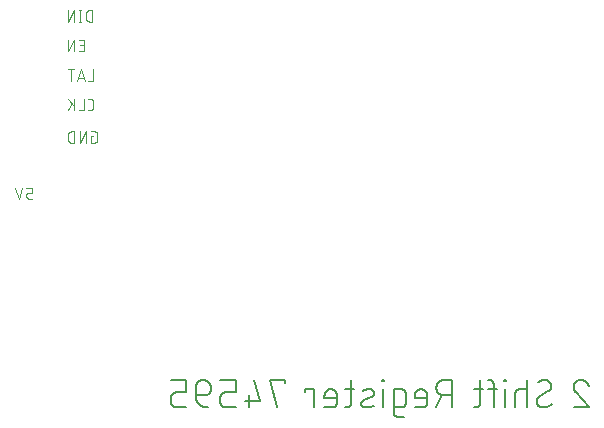
<source format=gbr>
G04 EAGLE Gerber RS-274X export*
G75*
%MOMM*%
%FSLAX34Y34*%
%LPD*%
%INSilkscreen Bottom*%
%IPPOS*%
%AMOC8*
5,1,8,0,0,1.08239X$1,22.5*%
G01*
%ADD10C,0.076200*%
%ADD11C,0.203200*%


D10*
X165842Y525221D02*
X165842Y534619D01*
X163232Y534619D01*
X163132Y534617D01*
X163032Y534611D01*
X162933Y534602D01*
X162833Y534588D01*
X162735Y534571D01*
X162637Y534550D01*
X162540Y534526D01*
X162444Y534497D01*
X162349Y534465D01*
X162256Y534430D01*
X162164Y534391D01*
X162073Y534348D01*
X161985Y534302D01*
X161898Y534252D01*
X161813Y534200D01*
X161730Y534144D01*
X161649Y534085D01*
X161571Y534022D01*
X161495Y533957D01*
X161421Y533889D01*
X161351Y533819D01*
X161283Y533745D01*
X161218Y533669D01*
X161155Y533591D01*
X161096Y533510D01*
X161040Y533427D01*
X160988Y533342D01*
X160938Y533255D01*
X160892Y533167D01*
X160849Y533076D01*
X160810Y532984D01*
X160775Y532891D01*
X160743Y532796D01*
X160714Y532700D01*
X160690Y532603D01*
X160669Y532505D01*
X160652Y532407D01*
X160638Y532307D01*
X160629Y532208D01*
X160623Y532108D01*
X160621Y532008D01*
X160621Y527832D01*
X160623Y527732D01*
X160629Y527632D01*
X160638Y527533D01*
X160652Y527433D01*
X160669Y527335D01*
X160690Y527237D01*
X160714Y527140D01*
X160743Y527044D01*
X160775Y526949D01*
X160810Y526856D01*
X160849Y526764D01*
X160892Y526673D01*
X160938Y526585D01*
X160988Y526498D01*
X161040Y526413D01*
X161096Y526330D01*
X161155Y526249D01*
X161218Y526171D01*
X161283Y526095D01*
X161351Y526021D01*
X161421Y525951D01*
X161495Y525883D01*
X161571Y525818D01*
X161649Y525755D01*
X161730Y525696D01*
X161813Y525640D01*
X161898Y525588D01*
X161985Y525538D01*
X162073Y525492D01*
X162164Y525449D01*
X162256Y525410D01*
X162349Y525375D01*
X162444Y525343D01*
X162540Y525314D01*
X162637Y525290D01*
X162735Y525269D01*
X162833Y525252D01*
X162933Y525238D01*
X163032Y525229D01*
X163132Y525223D01*
X163232Y525221D01*
X165842Y525221D01*
X155612Y525221D02*
X155612Y534619D01*
X156656Y525221D02*
X154567Y525221D01*
X154567Y534619D02*
X156656Y534619D01*
X150602Y534619D02*
X150602Y525221D01*
X145381Y525221D02*
X150602Y534619D01*
X145381Y534619D02*
X145381Y525221D01*
X154333Y500221D02*
X158509Y500221D01*
X158509Y509619D01*
X154333Y509619D01*
X155377Y505442D02*
X158509Y505442D01*
X150602Y509619D02*
X150602Y500221D01*
X145381Y500221D02*
X150602Y509619D01*
X145381Y509619D02*
X145381Y500221D01*
X166739Y484619D02*
X166739Y475221D01*
X162562Y475221D01*
X159659Y475221D02*
X156526Y484619D01*
X153393Y475221D01*
X154176Y477571D02*
X158875Y477571D01*
X147992Y475221D02*
X147992Y484619D01*
X150602Y484619D02*
X145381Y484619D01*
X162432Y450221D02*
X164520Y450221D01*
X164609Y450223D01*
X164697Y450229D01*
X164785Y450238D01*
X164873Y450251D01*
X164960Y450268D01*
X165046Y450288D01*
X165131Y450313D01*
X165216Y450340D01*
X165299Y450372D01*
X165380Y450406D01*
X165460Y450445D01*
X165538Y450486D01*
X165615Y450531D01*
X165689Y450579D01*
X165762Y450630D01*
X165832Y450684D01*
X165899Y450742D01*
X165965Y450802D01*
X166027Y450864D01*
X166087Y450930D01*
X166145Y450997D01*
X166199Y451067D01*
X166250Y451140D01*
X166298Y451214D01*
X166343Y451291D01*
X166384Y451369D01*
X166423Y451449D01*
X166457Y451530D01*
X166489Y451613D01*
X166516Y451698D01*
X166541Y451783D01*
X166561Y451869D01*
X166578Y451956D01*
X166591Y452044D01*
X166600Y452132D01*
X166606Y452220D01*
X166608Y452309D01*
X166609Y452309D02*
X166609Y457531D01*
X166608Y457531D02*
X166606Y457620D01*
X166600Y457708D01*
X166591Y457796D01*
X166578Y457884D01*
X166561Y457971D01*
X166541Y458057D01*
X166516Y458142D01*
X166489Y458227D01*
X166457Y458310D01*
X166423Y458391D01*
X166384Y458471D01*
X166343Y458549D01*
X166298Y458626D01*
X166250Y458700D01*
X166199Y458773D01*
X166145Y458843D01*
X166087Y458910D01*
X166027Y458976D01*
X165965Y459038D01*
X165899Y459098D01*
X165832Y459156D01*
X165762Y459210D01*
X165689Y459261D01*
X165615Y459309D01*
X165538Y459354D01*
X165460Y459395D01*
X165380Y459434D01*
X165299Y459468D01*
X165216Y459500D01*
X165131Y459527D01*
X165046Y459552D01*
X164960Y459572D01*
X164873Y459589D01*
X164785Y459602D01*
X164697Y459611D01*
X164609Y459617D01*
X164520Y459619D01*
X162432Y459619D01*
X158641Y459619D02*
X158641Y450221D01*
X154464Y450221D01*
X150602Y450221D02*
X150602Y459619D01*
X145381Y459619D02*
X150602Y453876D01*
X148514Y455964D02*
X145381Y450221D01*
X164888Y427942D02*
X166455Y427942D01*
X164888Y427942D02*
X164888Y422721D01*
X168021Y422721D01*
X168110Y422723D01*
X168198Y422729D01*
X168286Y422738D01*
X168374Y422751D01*
X168461Y422768D01*
X168547Y422788D01*
X168632Y422813D01*
X168717Y422840D01*
X168800Y422872D01*
X168881Y422906D01*
X168961Y422945D01*
X169039Y422986D01*
X169116Y423031D01*
X169190Y423079D01*
X169263Y423130D01*
X169333Y423184D01*
X169400Y423242D01*
X169466Y423302D01*
X169528Y423364D01*
X169588Y423430D01*
X169646Y423497D01*
X169700Y423567D01*
X169751Y423640D01*
X169799Y423714D01*
X169844Y423791D01*
X169885Y423869D01*
X169924Y423949D01*
X169958Y424030D01*
X169990Y424113D01*
X170017Y424198D01*
X170042Y424283D01*
X170062Y424369D01*
X170079Y424456D01*
X170092Y424544D01*
X170101Y424632D01*
X170107Y424720D01*
X170109Y424809D01*
X170109Y430031D01*
X170107Y430120D01*
X170101Y430208D01*
X170092Y430296D01*
X170079Y430384D01*
X170062Y430471D01*
X170042Y430557D01*
X170017Y430642D01*
X169990Y430727D01*
X169958Y430810D01*
X169924Y430891D01*
X169885Y430971D01*
X169844Y431049D01*
X169799Y431126D01*
X169751Y431200D01*
X169700Y431273D01*
X169646Y431343D01*
X169588Y431410D01*
X169528Y431476D01*
X169466Y431538D01*
X169400Y431598D01*
X169333Y431656D01*
X169263Y431710D01*
X169190Y431761D01*
X169116Y431809D01*
X169039Y431854D01*
X168961Y431895D01*
X168881Y431934D01*
X168800Y431968D01*
X168717Y432000D01*
X168632Y432027D01*
X168547Y432052D01*
X168461Y432072D01*
X168374Y432089D01*
X168286Y432102D01*
X168198Y432111D01*
X168110Y432117D01*
X168021Y432119D01*
X164888Y432119D01*
X160356Y432119D02*
X160356Y422721D01*
X155135Y422721D02*
X160356Y432119D01*
X155135Y432119D02*
X155135Y422721D01*
X150602Y422721D02*
X150602Y432119D01*
X147992Y432119D01*
X147892Y432117D01*
X147792Y432111D01*
X147693Y432102D01*
X147593Y432088D01*
X147495Y432071D01*
X147397Y432050D01*
X147300Y432026D01*
X147204Y431997D01*
X147109Y431965D01*
X147016Y431930D01*
X146924Y431891D01*
X146833Y431848D01*
X146745Y431802D01*
X146658Y431752D01*
X146573Y431700D01*
X146490Y431644D01*
X146409Y431585D01*
X146331Y431522D01*
X146255Y431457D01*
X146181Y431389D01*
X146111Y431319D01*
X146043Y431245D01*
X145978Y431169D01*
X145915Y431091D01*
X145856Y431010D01*
X145800Y430927D01*
X145748Y430842D01*
X145698Y430755D01*
X145652Y430667D01*
X145609Y430576D01*
X145570Y430484D01*
X145535Y430391D01*
X145503Y430296D01*
X145474Y430200D01*
X145450Y430103D01*
X145429Y430005D01*
X145412Y429907D01*
X145398Y429807D01*
X145389Y429708D01*
X145383Y429608D01*
X145381Y429508D01*
X145381Y425332D01*
X145383Y425232D01*
X145389Y425132D01*
X145398Y425033D01*
X145412Y424933D01*
X145429Y424835D01*
X145450Y424737D01*
X145474Y424640D01*
X145503Y424544D01*
X145535Y424449D01*
X145570Y424356D01*
X145609Y424264D01*
X145652Y424173D01*
X145698Y424085D01*
X145748Y423998D01*
X145800Y423913D01*
X145856Y423830D01*
X145915Y423749D01*
X145978Y423671D01*
X146043Y423595D01*
X146111Y423521D01*
X146181Y423451D01*
X146255Y423383D01*
X146331Y423318D01*
X146409Y423255D01*
X146490Y423196D01*
X146573Y423140D01*
X146658Y423088D01*
X146745Y423038D01*
X146833Y422992D01*
X146924Y422949D01*
X147016Y422910D01*
X147109Y422875D01*
X147204Y422843D01*
X147300Y422814D01*
X147397Y422790D01*
X147495Y422769D01*
X147593Y422752D01*
X147693Y422738D01*
X147792Y422729D01*
X147892Y422723D01*
X147992Y422721D01*
X150602Y422721D01*
X115268Y375221D02*
X112136Y375221D01*
X112047Y375223D01*
X111959Y375229D01*
X111871Y375238D01*
X111783Y375251D01*
X111696Y375268D01*
X111610Y375288D01*
X111525Y375313D01*
X111440Y375340D01*
X111357Y375372D01*
X111276Y375406D01*
X111196Y375445D01*
X111118Y375486D01*
X111041Y375531D01*
X110967Y375579D01*
X110894Y375630D01*
X110824Y375684D01*
X110757Y375742D01*
X110691Y375802D01*
X110629Y375864D01*
X110569Y375930D01*
X110511Y375997D01*
X110457Y376067D01*
X110406Y376140D01*
X110358Y376214D01*
X110313Y376291D01*
X110272Y376369D01*
X110233Y376449D01*
X110199Y376530D01*
X110167Y376613D01*
X110140Y376698D01*
X110115Y376783D01*
X110095Y376869D01*
X110078Y376956D01*
X110065Y377044D01*
X110056Y377132D01*
X110050Y377220D01*
X110048Y377309D01*
X110047Y377309D02*
X110047Y378354D01*
X110048Y378354D02*
X110050Y378443D01*
X110056Y378531D01*
X110065Y378619D01*
X110078Y378707D01*
X110095Y378794D01*
X110115Y378880D01*
X110140Y378965D01*
X110167Y379050D01*
X110199Y379133D01*
X110233Y379214D01*
X110272Y379294D01*
X110313Y379372D01*
X110358Y379449D01*
X110406Y379523D01*
X110457Y379596D01*
X110511Y379666D01*
X110569Y379733D01*
X110629Y379799D01*
X110691Y379861D01*
X110757Y379921D01*
X110824Y379979D01*
X110894Y380033D01*
X110967Y380084D01*
X111041Y380132D01*
X111118Y380177D01*
X111196Y380218D01*
X111276Y380257D01*
X111357Y380291D01*
X111440Y380323D01*
X111525Y380350D01*
X111610Y380375D01*
X111696Y380395D01*
X111783Y380412D01*
X111871Y380425D01*
X111959Y380434D01*
X112047Y380440D01*
X112136Y380442D01*
X115268Y380442D01*
X115268Y384619D01*
X110047Y384619D01*
X106646Y384619D02*
X103514Y375221D01*
X100381Y384619D01*
D11*
X573502Y216042D02*
X573504Y216192D01*
X573510Y216343D01*
X573519Y216493D01*
X573533Y216643D01*
X573550Y216792D01*
X573572Y216941D01*
X573597Y217089D01*
X573626Y217237D01*
X573658Y217384D01*
X573695Y217530D01*
X573735Y217675D01*
X573779Y217819D01*
X573826Y217961D01*
X573878Y218103D01*
X573932Y218243D01*
X573991Y218381D01*
X574053Y218519D01*
X574118Y218654D01*
X574187Y218788D01*
X574260Y218919D01*
X574336Y219049D01*
X574415Y219177D01*
X574497Y219303D01*
X574583Y219427D01*
X574671Y219548D01*
X574763Y219668D01*
X574858Y219784D01*
X574956Y219899D01*
X575057Y220010D01*
X575160Y220119D01*
X575267Y220226D01*
X575376Y220329D01*
X575487Y220430D01*
X575602Y220528D01*
X575718Y220623D01*
X575838Y220715D01*
X575959Y220803D01*
X576083Y220889D01*
X576209Y220971D01*
X576337Y221050D01*
X576467Y221126D01*
X576598Y221199D01*
X576732Y221268D01*
X576867Y221333D01*
X577005Y221395D01*
X577143Y221454D01*
X577283Y221508D01*
X577425Y221560D01*
X577567Y221607D01*
X577711Y221651D01*
X577856Y221691D01*
X578002Y221728D01*
X578149Y221760D01*
X578297Y221789D01*
X578445Y221814D01*
X578594Y221836D01*
X578743Y221853D01*
X578893Y221867D01*
X579043Y221876D01*
X579194Y221882D01*
X579344Y221884D01*
X579525Y221882D01*
X579707Y221875D01*
X579888Y221864D01*
X580069Y221849D01*
X580249Y221829D01*
X580429Y221805D01*
X580608Y221777D01*
X580787Y221744D01*
X580965Y221707D01*
X581141Y221666D01*
X581317Y221620D01*
X581492Y221570D01*
X581665Y221516D01*
X581837Y221458D01*
X582007Y221396D01*
X582176Y221329D01*
X582343Y221259D01*
X582509Y221184D01*
X582673Y221106D01*
X582834Y221023D01*
X582994Y220937D01*
X583151Y220847D01*
X583307Y220753D01*
X583460Y220655D01*
X583610Y220554D01*
X583758Y220449D01*
X583904Y220340D01*
X584047Y220228D01*
X584187Y220113D01*
X584324Y219994D01*
X584458Y219872D01*
X584589Y219746D01*
X584718Y219618D01*
X584843Y219487D01*
X584965Y219352D01*
X585083Y219215D01*
X585199Y219075D01*
X585310Y218932D01*
X585419Y218786D01*
X585524Y218638D01*
X585625Y218487D01*
X585722Y218334D01*
X585816Y218179D01*
X585906Y218021D01*
X585992Y217861D01*
X586075Y217699D01*
X586153Y217536D01*
X586227Y217370D01*
X586297Y217203D01*
X586364Y217034D01*
X586426Y216863D01*
X586484Y216691D01*
X575449Y211498D02*
X575339Y211606D01*
X575232Y211716D01*
X575127Y211829D01*
X575025Y211944D01*
X574926Y212062D01*
X574830Y212182D01*
X574736Y212305D01*
X574646Y212429D01*
X574559Y212556D01*
X574475Y212685D01*
X574394Y212817D01*
X574317Y212950D01*
X574243Y213085D01*
X574172Y213221D01*
X574104Y213360D01*
X574040Y213500D01*
X573979Y213641D01*
X573922Y213784D01*
X573869Y213928D01*
X573819Y214074D01*
X573772Y214221D01*
X573729Y214369D01*
X573690Y214518D01*
X573654Y214667D01*
X573623Y214818D01*
X573594Y214969D01*
X573570Y215121D01*
X573549Y215274D01*
X573532Y215427D01*
X573519Y215580D01*
X573510Y215734D01*
X573504Y215888D01*
X573502Y216042D01*
X575449Y211498D02*
X586484Y198516D01*
X573502Y198516D01*
X547377Y198516D02*
X547234Y198518D01*
X547091Y198524D01*
X546948Y198534D01*
X546806Y198548D01*
X546664Y198565D01*
X546522Y198587D01*
X546381Y198612D01*
X546241Y198642D01*
X546102Y198675D01*
X545964Y198712D01*
X545827Y198753D01*
X545691Y198797D01*
X545556Y198846D01*
X545423Y198898D01*
X545291Y198953D01*
X545161Y199013D01*
X545032Y199076D01*
X544905Y199142D01*
X544781Y199212D01*
X544658Y199285D01*
X544537Y199362D01*
X544418Y199441D01*
X544302Y199525D01*
X544187Y199611D01*
X544076Y199700D01*
X543966Y199793D01*
X543860Y199888D01*
X543756Y199987D01*
X543655Y200088D01*
X543556Y200192D01*
X543461Y200298D01*
X543368Y200408D01*
X543279Y200519D01*
X543193Y200634D01*
X543110Y200750D01*
X543030Y200869D01*
X542953Y200990D01*
X542880Y201112D01*
X542810Y201237D01*
X542744Y201364D01*
X542681Y201493D01*
X542621Y201623D01*
X542566Y201755D01*
X542514Y201888D01*
X542465Y202023D01*
X542421Y202159D01*
X542380Y202296D01*
X542343Y202434D01*
X542310Y202573D01*
X542280Y202713D01*
X542255Y202854D01*
X542233Y202996D01*
X542216Y203138D01*
X542202Y203280D01*
X542192Y203423D01*
X542186Y203566D01*
X542184Y203709D01*
X547377Y198516D02*
X547640Y198519D01*
X547902Y198529D01*
X548164Y198544D01*
X548425Y198566D01*
X548686Y198594D01*
X548946Y198629D01*
X549206Y198670D01*
X549464Y198716D01*
X549721Y198769D01*
X549977Y198829D01*
X550231Y198894D01*
X550484Y198965D01*
X550734Y199042D01*
X550983Y199126D01*
X551230Y199215D01*
X551475Y199310D01*
X551717Y199411D01*
X551957Y199518D01*
X552194Y199630D01*
X552428Y199748D01*
X552660Y199872D01*
X552888Y200001D01*
X553114Y200136D01*
X553336Y200276D01*
X553554Y200421D01*
X553770Y200571D01*
X553981Y200727D01*
X554189Y200887D01*
X554392Y201053D01*
X554592Y201223D01*
X554788Y201398D01*
X554979Y201577D01*
X555166Y201761D01*
X554517Y216691D02*
X554515Y216834D01*
X554509Y216977D01*
X554499Y217120D01*
X554485Y217262D01*
X554468Y217404D01*
X554446Y217546D01*
X554421Y217687D01*
X554391Y217827D01*
X554358Y217966D01*
X554321Y218104D01*
X554280Y218241D01*
X554236Y218377D01*
X554187Y218512D01*
X554135Y218645D01*
X554080Y218777D01*
X554020Y218907D01*
X553957Y219036D01*
X553891Y219163D01*
X553821Y219288D01*
X553748Y219410D01*
X553671Y219531D01*
X553591Y219650D01*
X553508Y219766D01*
X553422Y219881D01*
X553333Y219992D01*
X553240Y220102D01*
X553145Y220208D01*
X553046Y220312D01*
X552945Y220413D01*
X552841Y220512D01*
X552735Y220607D01*
X552625Y220700D01*
X552514Y220789D01*
X552399Y220875D01*
X552283Y220958D01*
X552164Y221038D01*
X552043Y221115D01*
X551921Y221188D01*
X551796Y221258D01*
X551669Y221324D01*
X551540Y221387D01*
X551410Y221447D01*
X551278Y221502D01*
X551145Y221554D01*
X551010Y221603D01*
X550874Y221647D01*
X550737Y221688D01*
X550599Y221725D01*
X550460Y221758D01*
X550320Y221788D01*
X550179Y221813D01*
X550037Y221835D01*
X549895Y221852D01*
X549753Y221866D01*
X549610Y221876D01*
X549467Y221882D01*
X549324Y221884D01*
X549092Y221881D01*
X548860Y221873D01*
X548628Y221859D01*
X548397Y221840D01*
X548166Y221815D01*
X547936Y221785D01*
X547707Y221749D01*
X547479Y221708D01*
X547251Y221661D01*
X547025Y221609D01*
X546800Y221551D01*
X546577Y221488D01*
X546355Y221420D01*
X546135Y221347D01*
X545917Y221268D01*
X545700Y221185D01*
X545486Y221096D01*
X545274Y221002D01*
X545064Y220903D01*
X544856Y220799D01*
X544652Y220690D01*
X544449Y220576D01*
X544250Y220457D01*
X544053Y220334D01*
X543860Y220206D01*
X543669Y220074D01*
X543482Y219937D01*
X551921Y212147D02*
X552044Y212222D01*
X552165Y212300D01*
X552284Y212382D01*
X552400Y212466D01*
X552514Y212554D01*
X552626Y212645D01*
X552736Y212739D01*
X552842Y212836D01*
X552946Y212936D01*
X553047Y213038D01*
X553146Y213144D01*
X553241Y213252D01*
X553334Y213362D01*
X553423Y213475D01*
X553509Y213591D01*
X553593Y213708D01*
X553672Y213828D01*
X553749Y213950D01*
X553822Y214074D01*
X553892Y214200D01*
X553958Y214328D01*
X554021Y214458D01*
X554080Y214589D01*
X554136Y214722D01*
X554188Y214857D01*
X554236Y214993D01*
X554281Y215130D01*
X554321Y215268D01*
X554358Y215407D01*
X554392Y215547D01*
X554421Y215688D01*
X554446Y215830D01*
X554468Y215973D01*
X554486Y216116D01*
X554499Y216259D01*
X554509Y216403D01*
X554515Y216547D01*
X554517Y216691D01*
X544780Y208253D02*
X544657Y208178D01*
X544536Y208100D01*
X544417Y208018D01*
X544301Y207934D01*
X544187Y207846D01*
X544075Y207755D01*
X543966Y207661D01*
X543859Y207564D01*
X543755Y207464D01*
X543654Y207362D01*
X543555Y207256D01*
X543460Y207148D01*
X543367Y207038D01*
X543278Y206925D01*
X543192Y206810D01*
X543109Y206692D01*
X543029Y206572D01*
X542952Y206450D01*
X542879Y206326D01*
X542809Y206200D01*
X542743Y206072D01*
X542680Y205942D01*
X542621Y205811D01*
X542565Y205678D01*
X542513Y205543D01*
X542465Y205407D01*
X542420Y205270D01*
X542380Y205132D01*
X542343Y204993D01*
X542310Y204853D01*
X542280Y204712D01*
X542255Y204570D01*
X542233Y204427D01*
X542215Y204284D01*
X542202Y204141D01*
X542192Y203997D01*
X542186Y203853D01*
X542184Y203709D01*
X544780Y208253D02*
X551920Y212147D01*
X534381Y221884D02*
X534381Y198516D01*
X534381Y214095D02*
X527890Y214095D01*
X527768Y214093D01*
X527645Y214087D01*
X527523Y214078D01*
X527402Y214064D01*
X527281Y214047D01*
X527160Y214026D01*
X527040Y214001D01*
X526921Y213973D01*
X526803Y213940D01*
X526686Y213904D01*
X526571Y213865D01*
X526456Y213821D01*
X526343Y213775D01*
X526232Y213724D01*
X526122Y213670D01*
X526014Y213613D01*
X525907Y213553D01*
X525803Y213489D01*
X525701Y213421D01*
X525601Y213351D01*
X525503Y213278D01*
X525407Y213201D01*
X525314Y213122D01*
X525224Y213039D01*
X525136Y212954D01*
X525051Y212866D01*
X524968Y212776D01*
X524889Y212683D01*
X524812Y212587D01*
X524739Y212489D01*
X524669Y212389D01*
X524601Y212287D01*
X524537Y212183D01*
X524477Y212076D01*
X524420Y211968D01*
X524366Y211858D01*
X524315Y211747D01*
X524269Y211634D01*
X524225Y211519D01*
X524186Y211404D01*
X524150Y211287D01*
X524117Y211169D01*
X524089Y211050D01*
X524064Y210930D01*
X524043Y210809D01*
X524026Y210688D01*
X524012Y210567D01*
X524003Y210445D01*
X523997Y210322D01*
X523995Y210200D01*
X523995Y198516D01*
X515269Y198516D02*
X515269Y214095D01*
X515918Y220586D02*
X515918Y221884D01*
X514620Y221884D01*
X514620Y220586D01*
X515918Y220586D01*
X505920Y217989D02*
X505920Y198516D01*
X505920Y217989D02*
X505918Y218111D01*
X505912Y218234D01*
X505903Y218356D01*
X505889Y218477D01*
X505872Y218598D01*
X505851Y218719D01*
X505826Y218839D01*
X505798Y218958D01*
X505765Y219076D01*
X505729Y219193D01*
X505690Y219308D01*
X505646Y219423D01*
X505600Y219536D01*
X505549Y219647D01*
X505495Y219757D01*
X505438Y219865D01*
X505378Y219972D01*
X505314Y220076D01*
X505246Y220178D01*
X505176Y220278D01*
X505103Y220376D01*
X505026Y220472D01*
X504947Y220565D01*
X504864Y220655D01*
X504779Y220743D01*
X504691Y220828D01*
X504601Y220911D01*
X504508Y220990D01*
X504412Y221067D01*
X504314Y221140D01*
X504214Y221210D01*
X504112Y221278D01*
X504008Y221342D01*
X503901Y221402D01*
X503793Y221459D01*
X503683Y221513D01*
X503572Y221564D01*
X503459Y221610D01*
X503344Y221654D01*
X503229Y221693D01*
X503112Y221729D01*
X502994Y221762D01*
X502875Y221790D01*
X502755Y221815D01*
X502634Y221836D01*
X502513Y221853D01*
X502392Y221867D01*
X502270Y221876D01*
X502147Y221882D01*
X502025Y221884D01*
X500727Y221884D01*
X500727Y214095D02*
X508516Y214095D01*
X496977Y214095D02*
X489187Y214095D01*
X494380Y221884D02*
X494380Y202411D01*
X494381Y202411D02*
X494379Y202289D01*
X494373Y202166D01*
X494364Y202044D01*
X494350Y201923D01*
X494333Y201802D01*
X494312Y201681D01*
X494287Y201561D01*
X494259Y201442D01*
X494226Y201324D01*
X494190Y201207D01*
X494151Y201092D01*
X494107Y200977D01*
X494061Y200864D01*
X494010Y200753D01*
X493956Y200643D01*
X493899Y200535D01*
X493839Y200428D01*
X493775Y200324D01*
X493707Y200222D01*
X493637Y200122D01*
X493564Y200024D01*
X493487Y199928D01*
X493408Y199835D01*
X493325Y199745D01*
X493240Y199657D01*
X493152Y199572D01*
X493062Y199489D01*
X492969Y199410D01*
X492873Y199333D01*
X492775Y199260D01*
X492675Y199190D01*
X492573Y199122D01*
X492469Y199058D01*
X492362Y198998D01*
X492254Y198941D01*
X492144Y198887D01*
X492033Y198836D01*
X491920Y198790D01*
X491805Y198746D01*
X491690Y198707D01*
X491573Y198671D01*
X491455Y198638D01*
X491336Y198610D01*
X491216Y198585D01*
X491095Y198564D01*
X490974Y198547D01*
X490853Y198533D01*
X490731Y198524D01*
X490608Y198518D01*
X490486Y198516D01*
X489187Y198516D01*
X470195Y198516D02*
X470195Y221884D01*
X463704Y221884D01*
X463545Y221882D01*
X463386Y221876D01*
X463226Y221866D01*
X463068Y221853D01*
X462909Y221835D01*
X462752Y221814D01*
X462594Y221788D01*
X462438Y221759D01*
X462282Y221726D01*
X462127Y221689D01*
X461973Y221649D01*
X461820Y221604D01*
X461668Y221556D01*
X461517Y221505D01*
X461368Y221449D01*
X461220Y221390D01*
X461074Y221327D01*
X460929Y221261D01*
X460786Y221191D01*
X460644Y221118D01*
X460505Y221041D01*
X460367Y220961D01*
X460231Y220877D01*
X460098Y220790D01*
X459966Y220700D01*
X459837Y220607D01*
X459711Y220510D01*
X459586Y220411D01*
X459464Y220308D01*
X459345Y220203D01*
X459228Y220094D01*
X459114Y219983D01*
X459003Y219869D01*
X458894Y219752D01*
X458789Y219633D01*
X458686Y219511D01*
X458587Y219386D01*
X458490Y219260D01*
X458397Y219131D01*
X458307Y218999D01*
X458220Y218866D01*
X458136Y218730D01*
X458056Y218592D01*
X457979Y218453D01*
X457906Y218311D01*
X457836Y218168D01*
X457770Y218023D01*
X457707Y217877D01*
X457648Y217729D01*
X457592Y217580D01*
X457541Y217429D01*
X457493Y217277D01*
X457448Y217124D01*
X457408Y216970D01*
X457371Y216815D01*
X457338Y216659D01*
X457309Y216503D01*
X457283Y216345D01*
X457262Y216188D01*
X457244Y216029D01*
X457231Y215871D01*
X457221Y215711D01*
X457215Y215552D01*
X457213Y215393D01*
X457215Y215234D01*
X457221Y215075D01*
X457231Y214915D01*
X457244Y214757D01*
X457262Y214598D01*
X457283Y214441D01*
X457309Y214283D01*
X457338Y214127D01*
X457371Y213971D01*
X457408Y213816D01*
X457448Y213662D01*
X457493Y213509D01*
X457541Y213357D01*
X457592Y213206D01*
X457648Y213057D01*
X457707Y212909D01*
X457770Y212763D01*
X457836Y212618D01*
X457906Y212475D01*
X457979Y212333D01*
X458056Y212194D01*
X458136Y212056D01*
X458220Y211920D01*
X458307Y211787D01*
X458397Y211655D01*
X458490Y211526D01*
X458587Y211400D01*
X458686Y211275D01*
X458789Y211153D01*
X458894Y211034D01*
X459003Y210917D01*
X459114Y210803D01*
X459228Y210692D01*
X459345Y210583D01*
X459464Y210478D01*
X459586Y210375D01*
X459711Y210276D01*
X459837Y210179D01*
X459966Y210086D01*
X460098Y209996D01*
X460231Y209909D01*
X460367Y209825D01*
X460505Y209745D01*
X460644Y209668D01*
X460786Y209595D01*
X460929Y209525D01*
X461074Y209459D01*
X461220Y209396D01*
X461368Y209337D01*
X461517Y209281D01*
X461668Y209230D01*
X461820Y209182D01*
X461973Y209137D01*
X462127Y209097D01*
X462282Y209060D01*
X462438Y209027D01*
X462594Y208998D01*
X462752Y208972D01*
X462909Y208951D01*
X463068Y208933D01*
X463226Y208920D01*
X463386Y208910D01*
X463545Y208904D01*
X463704Y208902D01*
X470195Y208902D01*
X462406Y208902D02*
X457213Y198516D01*
X445579Y198516D02*
X439088Y198516D01*
X445579Y198516D02*
X445701Y198518D01*
X445824Y198524D01*
X445946Y198533D01*
X446067Y198547D01*
X446188Y198564D01*
X446309Y198585D01*
X446429Y198610D01*
X446548Y198638D01*
X446666Y198671D01*
X446783Y198707D01*
X446898Y198746D01*
X447013Y198790D01*
X447126Y198836D01*
X447237Y198887D01*
X447347Y198941D01*
X447455Y198998D01*
X447562Y199058D01*
X447666Y199122D01*
X447768Y199190D01*
X447868Y199260D01*
X447966Y199333D01*
X448062Y199410D01*
X448155Y199489D01*
X448245Y199572D01*
X448333Y199657D01*
X448418Y199745D01*
X448501Y199835D01*
X448580Y199928D01*
X448657Y200024D01*
X448730Y200122D01*
X448800Y200222D01*
X448868Y200324D01*
X448932Y200428D01*
X448992Y200535D01*
X449049Y200643D01*
X449103Y200753D01*
X449154Y200864D01*
X449200Y200977D01*
X449244Y201092D01*
X449283Y201207D01*
X449319Y201324D01*
X449352Y201442D01*
X449380Y201561D01*
X449405Y201681D01*
X449426Y201802D01*
X449443Y201923D01*
X449457Y202044D01*
X449466Y202166D01*
X449472Y202289D01*
X449474Y202411D01*
X449474Y208902D01*
X449472Y209045D01*
X449466Y209188D01*
X449456Y209331D01*
X449442Y209473D01*
X449425Y209615D01*
X449403Y209757D01*
X449378Y209898D01*
X449348Y210038D01*
X449315Y210177D01*
X449278Y210315D01*
X449237Y210452D01*
X449193Y210588D01*
X449144Y210723D01*
X449092Y210856D01*
X449037Y210988D01*
X448977Y211118D01*
X448914Y211247D01*
X448848Y211374D01*
X448778Y211499D01*
X448705Y211621D01*
X448628Y211742D01*
X448548Y211861D01*
X448465Y211977D01*
X448379Y212092D01*
X448290Y212203D01*
X448197Y212313D01*
X448102Y212419D01*
X448003Y212523D01*
X447902Y212624D01*
X447798Y212723D01*
X447692Y212818D01*
X447582Y212911D01*
X447471Y213000D01*
X447356Y213086D01*
X447240Y213169D01*
X447121Y213249D01*
X447000Y213326D01*
X446878Y213399D01*
X446753Y213469D01*
X446626Y213535D01*
X446497Y213598D01*
X446367Y213658D01*
X446235Y213713D01*
X446102Y213765D01*
X445967Y213814D01*
X445831Y213858D01*
X445694Y213899D01*
X445556Y213936D01*
X445417Y213969D01*
X445277Y213999D01*
X445136Y214024D01*
X444994Y214046D01*
X444852Y214063D01*
X444710Y214077D01*
X444567Y214087D01*
X444424Y214093D01*
X444281Y214095D01*
X444138Y214093D01*
X443995Y214087D01*
X443852Y214077D01*
X443710Y214063D01*
X443568Y214046D01*
X443426Y214024D01*
X443285Y213999D01*
X443145Y213969D01*
X443006Y213936D01*
X442868Y213899D01*
X442731Y213858D01*
X442595Y213814D01*
X442460Y213765D01*
X442327Y213713D01*
X442195Y213658D01*
X442065Y213598D01*
X441936Y213535D01*
X441809Y213469D01*
X441685Y213399D01*
X441562Y213326D01*
X441441Y213249D01*
X441322Y213169D01*
X441206Y213086D01*
X441091Y213000D01*
X440980Y212911D01*
X440870Y212818D01*
X440764Y212723D01*
X440660Y212624D01*
X440559Y212523D01*
X440460Y212419D01*
X440365Y212313D01*
X440272Y212203D01*
X440183Y212092D01*
X440097Y211977D01*
X440014Y211861D01*
X439934Y211742D01*
X439857Y211621D01*
X439784Y211499D01*
X439714Y211374D01*
X439648Y211247D01*
X439585Y211118D01*
X439525Y210988D01*
X439470Y210856D01*
X439418Y210723D01*
X439369Y210588D01*
X439325Y210452D01*
X439284Y210315D01*
X439247Y210177D01*
X439214Y210038D01*
X439184Y209898D01*
X439159Y209757D01*
X439137Y209615D01*
X439120Y209473D01*
X439106Y209331D01*
X439096Y209188D01*
X439090Y209045D01*
X439088Y208902D01*
X439088Y206305D01*
X449474Y206305D01*
X427535Y198516D02*
X421044Y198516D01*
X427535Y198516D02*
X427657Y198518D01*
X427780Y198524D01*
X427902Y198533D01*
X428023Y198547D01*
X428144Y198564D01*
X428265Y198585D01*
X428385Y198610D01*
X428504Y198638D01*
X428622Y198671D01*
X428739Y198707D01*
X428854Y198746D01*
X428969Y198790D01*
X429082Y198836D01*
X429193Y198887D01*
X429303Y198941D01*
X429411Y198998D01*
X429518Y199058D01*
X429622Y199122D01*
X429724Y199190D01*
X429824Y199260D01*
X429922Y199333D01*
X430018Y199410D01*
X430111Y199489D01*
X430201Y199572D01*
X430289Y199657D01*
X430374Y199745D01*
X430457Y199835D01*
X430536Y199928D01*
X430613Y200024D01*
X430686Y200122D01*
X430756Y200222D01*
X430824Y200324D01*
X430888Y200428D01*
X430948Y200535D01*
X431005Y200643D01*
X431059Y200753D01*
X431110Y200864D01*
X431156Y200977D01*
X431200Y201092D01*
X431239Y201207D01*
X431275Y201324D01*
X431308Y201442D01*
X431336Y201561D01*
X431361Y201681D01*
X431382Y201802D01*
X431399Y201923D01*
X431413Y202044D01*
X431422Y202166D01*
X431428Y202289D01*
X431430Y202411D01*
X431430Y210200D01*
X431428Y210322D01*
X431422Y210445D01*
X431413Y210567D01*
X431399Y210688D01*
X431382Y210809D01*
X431361Y210930D01*
X431336Y211050D01*
X431308Y211169D01*
X431275Y211287D01*
X431239Y211404D01*
X431200Y211519D01*
X431156Y211634D01*
X431110Y211747D01*
X431059Y211858D01*
X431005Y211968D01*
X430948Y212076D01*
X430888Y212183D01*
X430824Y212287D01*
X430756Y212389D01*
X430686Y212489D01*
X430613Y212587D01*
X430536Y212683D01*
X430457Y212776D01*
X430374Y212866D01*
X430289Y212954D01*
X430201Y213039D01*
X430111Y213122D01*
X430018Y213201D01*
X429922Y213278D01*
X429824Y213351D01*
X429724Y213421D01*
X429622Y213489D01*
X429518Y213553D01*
X429411Y213613D01*
X429303Y213670D01*
X429193Y213724D01*
X429082Y213775D01*
X428969Y213821D01*
X428854Y213865D01*
X428739Y213904D01*
X428622Y213940D01*
X428504Y213973D01*
X428385Y214001D01*
X428265Y214026D01*
X428144Y214047D01*
X428023Y214064D01*
X427902Y214078D01*
X427780Y214087D01*
X427657Y214093D01*
X427535Y214095D01*
X421044Y214095D01*
X421044Y194621D01*
X421046Y194499D01*
X421052Y194376D01*
X421061Y194254D01*
X421075Y194133D01*
X421092Y194012D01*
X421113Y193891D01*
X421138Y193771D01*
X421166Y193652D01*
X421199Y193534D01*
X421235Y193417D01*
X421274Y193302D01*
X421318Y193187D01*
X421364Y193074D01*
X421415Y192963D01*
X421469Y192853D01*
X421526Y192745D01*
X421586Y192638D01*
X421650Y192534D01*
X421718Y192432D01*
X421788Y192332D01*
X421861Y192234D01*
X421938Y192138D01*
X422017Y192045D01*
X422100Y191955D01*
X422185Y191867D01*
X422273Y191782D01*
X422363Y191699D01*
X422456Y191620D01*
X422552Y191543D01*
X422650Y191470D01*
X422750Y191400D01*
X422852Y191332D01*
X422956Y191268D01*
X423063Y191208D01*
X423171Y191151D01*
X423281Y191097D01*
X423392Y191046D01*
X423505Y191000D01*
X423620Y190956D01*
X423735Y190917D01*
X423852Y190881D01*
X423970Y190848D01*
X424089Y190820D01*
X424209Y190795D01*
X424330Y190774D01*
X424451Y190757D01*
X424572Y190743D01*
X424694Y190734D01*
X424817Y190728D01*
X424939Y190726D01*
X424939Y190727D02*
X430132Y190727D01*
X412267Y198516D02*
X412267Y214095D01*
X412916Y220586D02*
X412916Y221884D01*
X411618Y221884D01*
X411618Y220586D01*
X412916Y220586D01*
X402289Y207604D02*
X395798Y205007D01*
X402289Y207604D02*
X402395Y207648D01*
X402500Y207697D01*
X402603Y207749D01*
X402704Y207804D01*
X402804Y207863D01*
X402901Y207925D01*
X402996Y207990D01*
X403088Y208059D01*
X403179Y208131D01*
X403266Y208205D01*
X403352Y208283D01*
X403434Y208364D01*
X403514Y208447D01*
X403590Y208533D01*
X403664Y208622D01*
X403735Y208713D01*
X403802Y208807D01*
X403866Y208903D01*
X403927Y209001D01*
X403985Y209100D01*
X404039Y209202D01*
X404089Y209306D01*
X404136Y209411D01*
X404180Y209518D01*
X404219Y209627D01*
X404255Y209736D01*
X404287Y209847D01*
X404316Y209959D01*
X404340Y210071D01*
X404361Y210185D01*
X404377Y210299D01*
X404390Y210414D01*
X404399Y210529D01*
X404404Y210644D01*
X404405Y210759D01*
X404402Y210874D01*
X404395Y210990D01*
X404384Y211104D01*
X404369Y211219D01*
X404350Y211332D01*
X404328Y211446D01*
X404301Y211558D01*
X404271Y211669D01*
X404237Y211779D01*
X404199Y211888D01*
X404158Y211996D01*
X404112Y212102D01*
X404063Y212206D01*
X404011Y212309D01*
X403955Y212410D01*
X403896Y212509D01*
X403833Y212606D01*
X403767Y212700D01*
X403698Y212793D01*
X403626Y212883D01*
X403551Y212970D01*
X403472Y213055D01*
X403391Y213137D01*
X403307Y213216D01*
X403221Y213292D01*
X403132Y213365D01*
X403040Y213435D01*
X402946Y213502D01*
X402850Y213566D01*
X402752Y213626D01*
X402652Y213683D01*
X402550Y213737D01*
X402446Y213787D01*
X402340Y213833D01*
X402233Y213876D01*
X402124Y213915D01*
X402015Y213950D01*
X401904Y213982D01*
X401792Y214010D01*
X401679Y214034D01*
X401565Y214054D01*
X401451Y214070D01*
X401337Y214082D01*
X401222Y214090D01*
X401106Y214094D01*
X400991Y214095D01*
X400992Y214094D02*
X400637Y214085D01*
X400283Y214067D01*
X399930Y214041D01*
X399577Y214006D01*
X399225Y213963D01*
X398874Y213911D01*
X398525Y213851D01*
X398177Y213782D01*
X397831Y213705D01*
X397487Y213620D01*
X397145Y213527D01*
X396806Y213425D01*
X396469Y213315D01*
X396134Y213198D01*
X395803Y213072D01*
X395475Y212938D01*
X395150Y212796D01*
X395798Y205007D02*
X395692Y204963D01*
X395587Y204914D01*
X395484Y204862D01*
X395383Y204807D01*
X395283Y204748D01*
X395186Y204686D01*
X395091Y204621D01*
X394999Y204552D01*
X394908Y204480D01*
X394821Y204406D01*
X394735Y204328D01*
X394653Y204247D01*
X394573Y204164D01*
X394497Y204078D01*
X394423Y203989D01*
X394352Y203898D01*
X394285Y203804D01*
X394221Y203708D01*
X394160Y203610D01*
X394102Y203511D01*
X394048Y203409D01*
X393998Y203305D01*
X393951Y203200D01*
X393907Y203093D01*
X393868Y202984D01*
X393832Y202875D01*
X393800Y202764D01*
X393771Y202652D01*
X393747Y202540D01*
X393726Y202426D01*
X393710Y202312D01*
X393697Y202197D01*
X393688Y202082D01*
X393683Y201967D01*
X393682Y201852D01*
X393685Y201737D01*
X393692Y201621D01*
X393703Y201507D01*
X393718Y201392D01*
X393737Y201279D01*
X393759Y201165D01*
X393786Y201053D01*
X393816Y200942D01*
X393850Y200832D01*
X393888Y200723D01*
X393929Y200615D01*
X393975Y200509D01*
X394024Y200405D01*
X394076Y200302D01*
X394132Y200201D01*
X394191Y200102D01*
X394254Y200005D01*
X394320Y199911D01*
X394389Y199818D01*
X394461Y199728D01*
X394536Y199641D01*
X394615Y199556D01*
X394696Y199474D01*
X394780Y199395D01*
X394866Y199319D01*
X394955Y199246D01*
X395047Y199176D01*
X395141Y199109D01*
X395237Y199045D01*
X395335Y198985D01*
X395435Y198928D01*
X395537Y198874D01*
X395641Y198824D01*
X395747Y198778D01*
X395854Y198735D01*
X395963Y198696D01*
X396072Y198661D01*
X396183Y198629D01*
X396295Y198601D01*
X396408Y198577D01*
X396522Y198557D01*
X396636Y198541D01*
X396750Y198529D01*
X396865Y198521D01*
X396981Y198517D01*
X397096Y198516D01*
X397617Y198530D01*
X398137Y198556D01*
X398656Y198594D01*
X399175Y198644D01*
X399692Y198707D01*
X400207Y198782D01*
X400720Y198869D01*
X401232Y198968D01*
X401740Y199080D01*
X402246Y199203D01*
X402749Y199338D01*
X403249Y199485D01*
X403745Y199644D01*
X404237Y199814D01*
X387711Y214095D02*
X379922Y214095D01*
X385115Y221884D02*
X385115Y202411D01*
X385113Y202289D01*
X385107Y202166D01*
X385098Y202044D01*
X385084Y201923D01*
X385067Y201802D01*
X385046Y201681D01*
X385021Y201561D01*
X384993Y201442D01*
X384960Y201324D01*
X384924Y201207D01*
X384885Y201092D01*
X384841Y200977D01*
X384795Y200864D01*
X384744Y200753D01*
X384690Y200643D01*
X384633Y200535D01*
X384573Y200428D01*
X384509Y200324D01*
X384441Y200222D01*
X384371Y200122D01*
X384298Y200024D01*
X384221Y199928D01*
X384142Y199835D01*
X384059Y199745D01*
X383974Y199657D01*
X383886Y199572D01*
X383796Y199489D01*
X383703Y199410D01*
X383607Y199333D01*
X383509Y199260D01*
X383409Y199190D01*
X383307Y199122D01*
X383203Y199058D01*
X383096Y198998D01*
X382988Y198941D01*
X382878Y198887D01*
X382767Y198836D01*
X382654Y198790D01*
X382539Y198746D01*
X382424Y198707D01*
X382307Y198671D01*
X382189Y198638D01*
X382070Y198610D01*
X381950Y198585D01*
X381829Y198564D01*
X381708Y198547D01*
X381587Y198533D01*
X381465Y198524D01*
X381342Y198518D01*
X381220Y198516D01*
X379922Y198516D01*
X369024Y198516D02*
X362533Y198516D01*
X369024Y198516D02*
X369146Y198518D01*
X369269Y198524D01*
X369391Y198533D01*
X369512Y198547D01*
X369633Y198564D01*
X369754Y198585D01*
X369874Y198610D01*
X369993Y198638D01*
X370111Y198671D01*
X370228Y198707D01*
X370343Y198746D01*
X370458Y198790D01*
X370571Y198836D01*
X370682Y198887D01*
X370792Y198941D01*
X370900Y198998D01*
X371007Y199058D01*
X371111Y199122D01*
X371213Y199190D01*
X371313Y199260D01*
X371411Y199333D01*
X371507Y199410D01*
X371600Y199489D01*
X371690Y199572D01*
X371778Y199657D01*
X371863Y199745D01*
X371946Y199835D01*
X372025Y199928D01*
X372102Y200024D01*
X372175Y200122D01*
X372245Y200222D01*
X372313Y200324D01*
X372377Y200428D01*
X372437Y200535D01*
X372494Y200643D01*
X372548Y200753D01*
X372599Y200864D01*
X372645Y200977D01*
X372689Y201092D01*
X372728Y201207D01*
X372764Y201324D01*
X372797Y201442D01*
X372825Y201561D01*
X372850Y201681D01*
X372871Y201802D01*
X372888Y201923D01*
X372902Y202044D01*
X372911Y202166D01*
X372917Y202289D01*
X372919Y202411D01*
X372919Y208902D01*
X372917Y209045D01*
X372911Y209188D01*
X372901Y209331D01*
X372887Y209473D01*
X372870Y209615D01*
X372848Y209757D01*
X372823Y209898D01*
X372793Y210038D01*
X372760Y210177D01*
X372723Y210315D01*
X372682Y210452D01*
X372638Y210588D01*
X372589Y210723D01*
X372537Y210856D01*
X372482Y210988D01*
X372422Y211118D01*
X372359Y211247D01*
X372293Y211374D01*
X372223Y211499D01*
X372150Y211621D01*
X372073Y211742D01*
X371993Y211861D01*
X371910Y211977D01*
X371824Y212092D01*
X371735Y212203D01*
X371642Y212313D01*
X371547Y212419D01*
X371448Y212523D01*
X371347Y212624D01*
X371243Y212723D01*
X371137Y212818D01*
X371027Y212911D01*
X370916Y213000D01*
X370801Y213086D01*
X370685Y213169D01*
X370566Y213249D01*
X370445Y213326D01*
X370323Y213399D01*
X370198Y213469D01*
X370071Y213535D01*
X369942Y213598D01*
X369812Y213658D01*
X369680Y213713D01*
X369547Y213765D01*
X369412Y213814D01*
X369276Y213858D01*
X369139Y213899D01*
X369001Y213936D01*
X368862Y213969D01*
X368722Y213999D01*
X368581Y214024D01*
X368439Y214046D01*
X368297Y214063D01*
X368155Y214077D01*
X368012Y214087D01*
X367869Y214093D01*
X367726Y214095D01*
X367583Y214093D01*
X367440Y214087D01*
X367297Y214077D01*
X367155Y214063D01*
X367013Y214046D01*
X366871Y214024D01*
X366730Y213999D01*
X366590Y213969D01*
X366451Y213936D01*
X366313Y213899D01*
X366176Y213858D01*
X366040Y213814D01*
X365905Y213765D01*
X365772Y213713D01*
X365640Y213658D01*
X365510Y213598D01*
X365381Y213535D01*
X365254Y213469D01*
X365130Y213399D01*
X365007Y213326D01*
X364886Y213249D01*
X364767Y213169D01*
X364651Y213086D01*
X364536Y213000D01*
X364425Y212911D01*
X364315Y212818D01*
X364209Y212723D01*
X364105Y212624D01*
X364004Y212523D01*
X363905Y212419D01*
X363810Y212313D01*
X363717Y212203D01*
X363628Y212092D01*
X363542Y211977D01*
X363459Y211861D01*
X363379Y211742D01*
X363302Y211621D01*
X363229Y211499D01*
X363159Y211374D01*
X363093Y211247D01*
X363030Y211118D01*
X362970Y210988D01*
X362915Y210856D01*
X362863Y210723D01*
X362814Y210588D01*
X362770Y210452D01*
X362729Y210315D01*
X362692Y210177D01*
X362659Y210038D01*
X362629Y209898D01*
X362604Y209757D01*
X362582Y209615D01*
X362565Y209473D01*
X362551Y209331D01*
X362541Y209188D01*
X362535Y209045D01*
X362533Y208902D01*
X362533Y206305D01*
X372919Y206305D01*
X354064Y198516D02*
X354064Y214095D01*
X346275Y214095D01*
X346275Y211498D01*
X328980Y219288D02*
X328980Y221884D01*
X315997Y221884D01*
X322489Y198516D01*
X308101Y203709D02*
X302908Y221884D01*
X308101Y203709D02*
X295119Y203709D01*
X299013Y208902D02*
X299013Y198516D01*
X287222Y198516D02*
X279433Y198516D01*
X279290Y198518D01*
X279147Y198524D01*
X279004Y198534D01*
X278862Y198548D01*
X278720Y198565D01*
X278578Y198587D01*
X278437Y198612D01*
X278297Y198642D01*
X278158Y198675D01*
X278020Y198712D01*
X277883Y198753D01*
X277747Y198797D01*
X277612Y198846D01*
X277479Y198898D01*
X277347Y198953D01*
X277217Y199013D01*
X277088Y199076D01*
X276961Y199142D01*
X276837Y199212D01*
X276714Y199285D01*
X276593Y199362D01*
X276474Y199441D01*
X276358Y199525D01*
X276243Y199611D01*
X276132Y199700D01*
X276023Y199793D01*
X275916Y199888D01*
X275812Y199987D01*
X275711Y200088D01*
X275612Y200192D01*
X275517Y200298D01*
X275424Y200408D01*
X275335Y200519D01*
X275249Y200633D01*
X275166Y200750D01*
X275086Y200869D01*
X275009Y200990D01*
X274936Y201112D01*
X274866Y201237D01*
X274800Y201364D01*
X274737Y201493D01*
X274677Y201623D01*
X274622Y201755D01*
X274570Y201888D01*
X274521Y202023D01*
X274477Y202159D01*
X274436Y202296D01*
X274399Y202434D01*
X274366Y202573D01*
X274336Y202713D01*
X274311Y202854D01*
X274289Y202996D01*
X274272Y203138D01*
X274258Y203280D01*
X274248Y203423D01*
X274242Y203566D01*
X274240Y203709D01*
X274240Y206305D01*
X274242Y206448D01*
X274248Y206591D01*
X274258Y206734D01*
X274272Y206876D01*
X274289Y207018D01*
X274311Y207160D01*
X274336Y207301D01*
X274366Y207441D01*
X274399Y207580D01*
X274436Y207718D01*
X274477Y207855D01*
X274521Y207991D01*
X274570Y208126D01*
X274622Y208259D01*
X274677Y208391D01*
X274737Y208521D01*
X274800Y208650D01*
X274866Y208777D01*
X274936Y208902D01*
X275009Y209024D01*
X275086Y209145D01*
X275166Y209264D01*
X275249Y209380D01*
X275335Y209495D01*
X275424Y209606D01*
X275517Y209716D01*
X275612Y209822D01*
X275711Y209926D01*
X275812Y210027D01*
X275916Y210126D01*
X276022Y210221D01*
X276132Y210314D01*
X276243Y210403D01*
X276358Y210489D01*
X276474Y210573D01*
X276593Y210652D01*
X276714Y210729D01*
X276837Y210802D01*
X276961Y210872D01*
X277088Y210938D01*
X277217Y211001D01*
X277347Y211061D01*
X277479Y211116D01*
X277612Y211168D01*
X277747Y211217D01*
X277883Y211261D01*
X278020Y211302D01*
X278158Y211339D01*
X278297Y211372D01*
X278437Y211402D01*
X278578Y211427D01*
X278720Y211449D01*
X278862Y211466D01*
X279004Y211480D01*
X279147Y211490D01*
X279290Y211496D01*
X279433Y211498D01*
X287222Y211498D01*
X287222Y221884D01*
X274240Y221884D01*
X261150Y208902D02*
X253361Y208902D01*
X261150Y208902D02*
X261293Y208904D01*
X261436Y208910D01*
X261579Y208920D01*
X261721Y208934D01*
X261863Y208951D01*
X262005Y208973D01*
X262146Y208998D01*
X262286Y209028D01*
X262425Y209061D01*
X262563Y209098D01*
X262700Y209139D01*
X262836Y209183D01*
X262971Y209232D01*
X263104Y209284D01*
X263236Y209339D01*
X263366Y209399D01*
X263495Y209462D01*
X263622Y209528D01*
X263747Y209598D01*
X263869Y209671D01*
X263990Y209748D01*
X264109Y209828D01*
X264225Y209911D01*
X264340Y209997D01*
X264451Y210086D01*
X264561Y210179D01*
X264667Y210274D01*
X264771Y210373D01*
X264872Y210474D01*
X264971Y210578D01*
X265066Y210684D01*
X265159Y210794D01*
X265248Y210905D01*
X265334Y211020D01*
X265418Y211136D01*
X265497Y211255D01*
X265574Y211376D01*
X265647Y211499D01*
X265717Y211623D01*
X265783Y211750D01*
X265846Y211879D01*
X265906Y212009D01*
X265961Y212141D01*
X266013Y212274D01*
X266062Y212409D01*
X266106Y212545D01*
X266147Y212682D01*
X266184Y212820D01*
X266217Y212959D01*
X266247Y213099D01*
X266272Y213240D01*
X266294Y213382D01*
X266311Y213524D01*
X266325Y213666D01*
X266335Y213809D01*
X266341Y213952D01*
X266343Y214095D01*
X266343Y215393D01*
X266341Y215552D01*
X266335Y215711D01*
X266325Y215871D01*
X266312Y216029D01*
X266294Y216188D01*
X266273Y216345D01*
X266247Y216503D01*
X266218Y216659D01*
X266185Y216815D01*
X266148Y216970D01*
X266108Y217124D01*
X266063Y217277D01*
X266015Y217429D01*
X265964Y217580D01*
X265908Y217729D01*
X265849Y217877D01*
X265786Y218023D01*
X265720Y218168D01*
X265650Y218311D01*
X265577Y218453D01*
X265500Y218592D01*
X265420Y218730D01*
X265336Y218866D01*
X265249Y218999D01*
X265159Y219131D01*
X265066Y219260D01*
X264969Y219386D01*
X264870Y219511D01*
X264767Y219633D01*
X264662Y219752D01*
X264553Y219869D01*
X264442Y219983D01*
X264328Y220094D01*
X264211Y220203D01*
X264092Y220308D01*
X263970Y220411D01*
X263845Y220510D01*
X263719Y220607D01*
X263590Y220700D01*
X263458Y220790D01*
X263325Y220877D01*
X263189Y220961D01*
X263051Y221041D01*
X262912Y221118D01*
X262770Y221191D01*
X262627Y221261D01*
X262482Y221327D01*
X262336Y221390D01*
X262188Y221449D01*
X262039Y221505D01*
X261888Y221556D01*
X261736Y221604D01*
X261583Y221649D01*
X261429Y221689D01*
X261274Y221726D01*
X261118Y221759D01*
X260962Y221788D01*
X260804Y221814D01*
X260647Y221835D01*
X260488Y221853D01*
X260330Y221866D01*
X260170Y221876D01*
X260011Y221882D01*
X259852Y221884D01*
X259693Y221882D01*
X259534Y221876D01*
X259374Y221866D01*
X259216Y221853D01*
X259057Y221835D01*
X258900Y221814D01*
X258742Y221788D01*
X258586Y221759D01*
X258430Y221726D01*
X258275Y221689D01*
X258121Y221649D01*
X257968Y221604D01*
X257816Y221556D01*
X257665Y221505D01*
X257516Y221449D01*
X257368Y221390D01*
X257222Y221327D01*
X257077Y221261D01*
X256934Y221191D01*
X256792Y221118D01*
X256653Y221041D01*
X256515Y220961D01*
X256379Y220877D01*
X256246Y220790D01*
X256114Y220700D01*
X255985Y220607D01*
X255859Y220510D01*
X255734Y220411D01*
X255612Y220308D01*
X255493Y220203D01*
X255376Y220094D01*
X255262Y219983D01*
X255151Y219869D01*
X255042Y219752D01*
X254937Y219633D01*
X254834Y219511D01*
X254735Y219386D01*
X254638Y219260D01*
X254545Y219131D01*
X254455Y218999D01*
X254368Y218866D01*
X254284Y218730D01*
X254204Y218592D01*
X254127Y218453D01*
X254054Y218311D01*
X253984Y218168D01*
X253918Y218023D01*
X253855Y217877D01*
X253796Y217729D01*
X253740Y217580D01*
X253689Y217429D01*
X253641Y217277D01*
X253596Y217124D01*
X253556Y216970D01*
X253519Y216815D01*
X253486Y216659D01*
X253457Y216503D01*
X253431Y216345D01*
X253410Y216188D01*
X253392Y216029D01*
X253379Y215871D01*
X253369Y215711D01*
X253363Y215552D01*
X253361Y215393D01*
X253361Y208902D01*
X253364Y208651D01*
X253373Y208400D01*
X253388Y208150D01*
X253409Y207900D01*
X253437Y207650D01*
X253470Y207401D01*
X253509Y207153D01*
X253554Y206907D01*
X253606Y206661D01*
X253663Y206416D01*
X253726Y206174D01*
X253795Y205932D01*
X253869Y205693D01*
X253950Y205455D01*
X254036Y205219D01*
X254128Y204985D01*
X254225Y204754D01*
X254328Y204525D01*
X254437Y204299D01*
X254551Y204075D01*
X254670Y203855D01*
X254795Y203637D01*
X254924Y203422D01*
X255059Y203210D01*
X255199Y203002D01*
X255345Y202797D01*
X255495Y202596D01*
X255649Y202398D01*
X255809Y202205D01*
X255973Y202015D01*
X256142Y201829D01*
X256315Y201647D01*
X256492Y201470D01*
X256674Y201297D01*
X256860Y201128D01*
X257050Y200964D01*
X257243Y200804D01*
X257441Y200650D01*
X257642Y200500D01*
X257847Y200354D01*
X258055Y200214D01*
X258267Y200079D01*
X258482Y199950D01*
X258700Y199825D01*
X258920Y199706D01*
X259144Y199592D01*
X259370Y199483D01*
X259599Y199380D01*
X259831Y199283D01*
X260064Y199191D01*
X260300Y199105D01*
X260538Y199024D01*
X260777Y198950D01*
X261019Y198881D01*
X261261Y198818D01*
X261506Y198761D01*
X261752Y198709D01*
X261998Y198664D01*
X262246Y198625D01*
X262495Y198592D01*
X262745Y198564D01*
X262995Y198543D01*
X263245Y198528D01*
X263496Y198519D01*
X263747Y198516D01*
X245464Y198516D02*
X237675Y198516D01*
X237532Y198518D01*
X237389Y198524D01*
X237246Y198534D01*
X237104Y198548D01*
X236962Y198565D01*
X236820Y198587D01*
X236679Y198612D01*
X236539Y198642D01*
X236400Y198675D01*
X236262Y198712D01*
X236125Y198753D01*
X235989Y198797D01*
X235854Y198846D01*
X235721Y198898D01*
X235589Y198953D01*
X235459Y199013D01*
X235330Y199076D01*
X235203Y199142D01*
X235079Y199212D01*
X234956Y199285D01*
X234835Y199362D01*
X234716Y199441D01*
X234600Y199525D01*
X234485Y199611D01*
X234374Y199700D01*
X234265Y199793D01*
X234158Y199888D01*
X234054Y199987D01*
X233953Y200088D01*
X233854Y200192D01*
X233759Y200298D01*
X233666Y200408D01*
X233577Y200519D01*
X233491Y200633D01*
X233408Y200750D01*
X233328Y200869D01*
X233251Y200990D01*
X233178Y201112D01*
X233108Y201237D01*
X233042Y201364D01*
X232979Y201493D01*
X232919Y201623D01*
X232864Y201755D01*
X232812Y201888D01*
X232763Y202023D01*
X232719Y202159D01*
X232678Y202296D01*
X232641Y202434D01*
X232608Y202573D01*
X232578Y202713D01*
X232553Y202854D01*
X232531Y202996D01*
X232514Y203138D01*
X232500Y203280D01*
X232490Y203423D01*
X232484Y203566D01*
X232482Y203709D01*
X232482Y206305D01*
X232484Y206448D01*
X232490Y206591D01*
X232500Y206734D01*
X232514Y206876D01*
X232531Y207018D01*
X232553Y207160D01*
X232578Y207301D01*
X232608Y207441D01*
X232641Y207580D01*
X232678Y207718D01*
X232719Y207855D01*
X232763Y207991D01*
X232812Y208126D01*
X232864Y208259D01*
X232919Y208391D01*
X232979Y208521D01*
X233042Y208650D01*
X233108Y208777D01*
X233178Y208902D01*
X233251Y209024D01*
X233328Y209145D01*
X233408Y209264D01*
X233491Y209380D01*
X233577Y209495D01*
X233666Y209606D01*
X233759Y209716D01*
X233854Y209822D01*
X233953Y209926D01*
X234054Y210027D01*
X234158Y210126D01*
X234264Y210221D01*
X234374Y210314D01*
X234485Y210403D01*
X234600Y210489D01*
X234716Y210573D01*
X234835Y210652D01*
X234956Y210729D01*
X235079Y210802D01*
X235203Y210872D01*
X235330Y210938D01*
X235459Y211001D01*
X235589Y211061D01*
X235721Y211116D01*
X235854Y211168D01*
X235989Y211217D01*
X236125Y211261D01*
X236262Y211302D01*
X236400Y211339D01*
X236539Y211372D01*
X236679Y211402D01*
X236820Y211427D01*
X236962Y211449D01*
X237104Y211466D01*
X237246Y211480D01*
X237389Y211490D01*
X237532Y211496D01*
X237675Y211498D01*
X245464Y211498D01*
X245464Y221884D01*
X232482Y221884D01*
M02*

</source>
